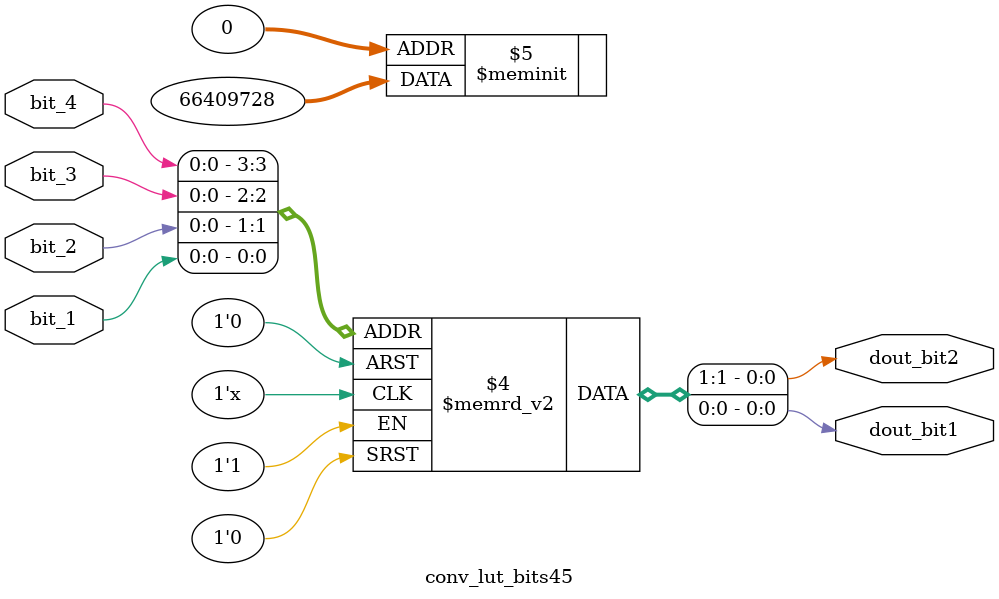
<source format=v>
module conv_lut_bits45(
input				bit_1,
input				bit_2,
input				bit_3,
input				bit_4,


output reg		dout_bit1,
output reg		dout_bit2

);

//wire reg define here

//wire				bit_1;
//wire				bit_2;
//wire				bit_3;
//wire				bit_4;
//wire				dout_bit1; //low bit
//wire				dout_bit2; //heigh bit


always@(*)begin
		case({bit_4,bit_3,bit_2,bit_1})
			4'b0000:
			begin
				dout_bit1 <= 0;
				dout_bit2 <= 0;	
			end
		4'b0001:
			begin
				dout_bit1 <= 0;
				dout_bit2 <= 0;	
			end
		4'b0010:
			begin
				dout_bit1 <= 0;
				dout_bit2 <= 0;	
			end
		4'b0011:
			begin
				dout_bit1 <= 0;
				dout_bit2 <= 0;	
			end
		4'b0100:
			begin
				dout_bit1 <= 1;
				dout_bit2 <= 0;	
			end
		4'b0101:
			begin
				dout_bit1 <= 1;
				dout_bit2 <= 0;	
			end
		4'b0110:
			begin
				dout_bit1 <= 1;
				dout_bit2 <= 0;	
			end
		4'b0111:
			begin
				dout_bit1 <= 1;
				dout_bit2 <= 0;	
			end
		4'b1000:
			begin
				dout_bit1 <= 1;
				dout_bit2 <= 0;	
			end
		4'b1001:
			begin
				dout_bit1 <= 1;
				dout_bit2 <= 0;	
			end
		4'b1010:
			begin
				dout_bit1 <= 1;
				dout_bit2 <= 1;	
			end
		4'b1011:
			begin
				dout_bit1 <= 1;
				dout_bit2 <= 1;	
			end	
		4'b1100:
			begin
				dout_bit1 <= 1;
				dout_bit2 <= 1;	
			end
		4'b1101:
			begin
				dout_bit1 <= 0;
				dout_bit2 <= 0;	
			end
		4'b1110:
			begin
				dout_bit1 <= 0;
				dout_bit2 <= 0;	
			end
		4'b1111:
			begin
				dout_bit1 <= 0;
				dout_bit2 <= 0;	
			end				

		endcase


end




endmodule

</source>
